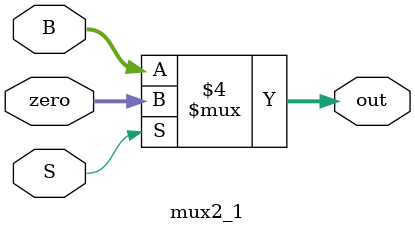
<source format=v>
`timescale 1ns / 1ps


module mux2_1(B, zero, S, out);
    input [31:0] B, zero;
    input S;
    output reg [31:0] out;
    
    always @(B, zero, S)
    begin
    if(S==0)
        out = B;
    else
        out = zero;
    end

endmodule

</source>
